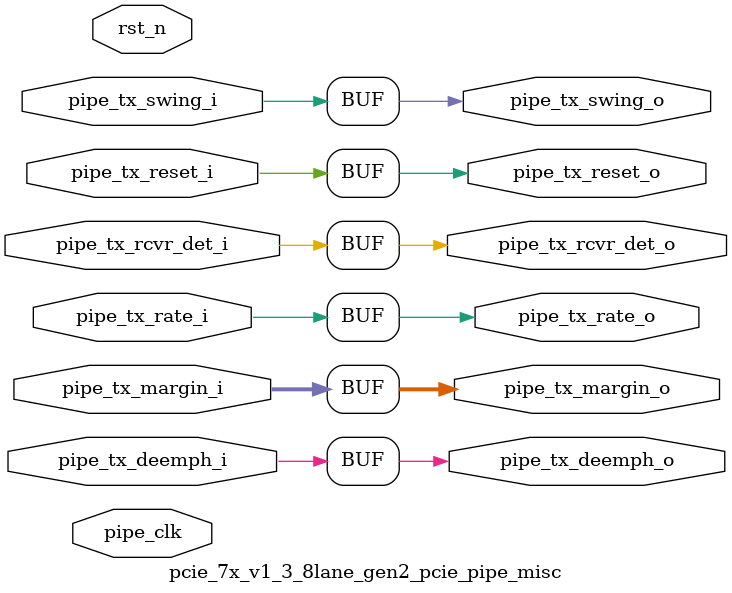
<source format=v>

`timescale 1ps/1ps

module pcie_7x_v1_3_8lane_gen2_pcie_pipe_misc #
(
    parameter        PIPE_PIPELINE_STAGES = 0    // 0 - 0 stages, 1 - 1 stage, 2 - 2 stages
)
(

    input   wire        pipe_tx_rcvr_det_i       ,     // PIPE Tx Receiver Detect
    input   wire        pipe_tx_reset_i          ,     // PIPE Tx Reset
    input   wire        pipe_tx_rate_i           ,     // PIPE Tx Rate
    input   wire        pipe_tx_deemph_i         ,     // PIPE Tx Deemphasis
    input   wire [2:0]  pipe_tx_margin_i         ,     // PIPE Tx Margin
    input   wire        pipe_tx_swing_i          ,     // PIPE Tx Swing

    output  wire        pipe_tx_rcvr_det_o       ,     // Pipelined PIPE Tx Receiver Detect
    output  wire        pipe_tx_reset_o          ,     // Pipelined PIPE Tx Reset
    output  wire        pipe_tx_rate_o           ,     // Pipelined PIPE Tx Rate
    output  wire        pipe_tx_deemph_o         ,     // Pipelined PIPE Tx Deemphasis
    output  wire [2:0]  pipe_tx_margin_o         ,     // Pipelined PIPE Tx Margin
    output  wire        pipe_tx_swing_o          ,     // Pipelined PIPE Tx Swing

    input   wire        pipe_clk                ,      // PIPE Clock
    input   wire        rst_n                          // Reset
);

//******************************************************************//
// Reality check.                                                   //
//******************************************************************//

    parameter TCQ  = 1;      // clock to out delay model

    reg                pipe_tx_rcvr_det_q       ;
    reg                pipe_tx_reset_q          ;
    reg                pipe_tx_rate_q           ;
    reg                pipe_tx_deemph_q         ;
    reg [2:0]          pipe_tx_margin_q         ;
    reg                pipe_tx_swing_q          ;

    reg                pipe_tx_rcvr_det_qq      ;
    reg                pipe_tx_reset_qq         ;
    reg                pipe_tx_rate_qq          ;
    reg                pipe_tx_deemph_qq        ;
    reg [2:0]          pipe_tx_margin_qq        ;
    reg                pipe_tx_swing_qq         ;

    generate

    if (PIPE_PIPELINE_STAGES == 0) begin : pipe_stages_0

        assign pipe_tx_rcvr_det_o = pipe_tx_rcvr_det_i;
        assign pipe_tx_reset_o  = pipe_tx_reset_i;
        assign pipe_tx_rate_o = pipe_tx_rate_i;
        assign pipe_tx_deemph_o = pipe_tx_deemph_i;
        assign pipe_tx_margin_o = pipe_tx_margin_i;
        assign pipe_tx_swing_o = pipe_tx_swing_i;

    end // if (PIPE_PIPELINE_STAGES == 0)
    else if (PIPE_PIPELINE_STAGES == 1) begin : pipe_stages_1

        always @(posedge pipe_clk) begin

        if (rst_n)
        begin

            pipe_tx_rcvr_det_q <= #TCQ 0;
            pipe_tx_reset_q  <= #TCQ 1'b1;
            pipe_tx_rate_q <= #TCQ 0;
            pipe_tx_deemph_q <= #TCQ 1'b1;
            pipe_tx_margin_q <= #TCQ 0;
            pipe_tx_swing_q <= #TCQ 0;

        end
        else
        begin

            pipe_tx_rcvr_det_q <= #TCQ pipe_tx_rcvr_det_i;
            pipe_tx_reset_q  <= #TCQ pipe_tx_reset_i;
            pipe_tx_rate_q <= #TCQ pipe_tx_rate_i;
            pipe_tx_deemph_q <= #TCQ pipe_tx_deemph_i;
            pipe_tx_margin_q <= #TCQ pipe_tx_margin_i;
            pipe_tx_swing_q <= #TCQ pipe_tx_swing_i;

          end

        end

        assign pipe_tx_rcvr_det_o = pipe_tx_rcvr_det_q;
        assign pipe_tx_reset_o  = pipe_tx_reset_q;
        assign pipe_tx_rate_o = pipe_tx_rate_q;
        assign pipe_tx_deemph_o = pipe_tx_deemph_q;
        assign pipe_tx_margin_o = pipe_tx_margin_q;
        assign pipe_tx_swing_o = pipe_tx_swing_q;

    end // if (PIPE_PIPELINE_STAGES == 1)
    else if (PIPE_PIPELINE_STAGES == 2) begin : pipe_stages_2

        always @(posedge pipe_clk) begin

        if (rst_n)
        begin

            pipe_tx_rcvr_det_q <= #TCQ 0;
            pipe_tx_reset_q  <= #TCQ 1'b1;
            pipe_tx_rate_q <= #TCQ 0;
            pipe_tx_deemph_q <= #TCQ 1'b1;
            pipe_tx_margin_q <= #TCQ 0;
            pipe_tx_swing_q <= #TCQ 0;

            pipe_tx_rcvr_det_qq <= #TCQ 0;
            pipe_tx_reset_qq  <= #TCQ 1'b1;
            pipe_tx_rate_qq <= #TCQ 0;
            pipe_tx_deemph_qq <= #TCQ 1'b1;
            pipe_tx_margin_qq <= #TCQ 0;
            pipe_tx_swing_qq <= #TCQ 0;

        end
        else
        begin

            pipe_tx_rcvr_det_q <= #TCQ pipe_tx_rcvr_det_i;
            pipe_tx_reset_q  <= #TCQ pipe_tx_reset_i;
            pipe_tx_rate_q <= #TCQ pipe_tx_rate_i;
            pipe_tx_deemph_q <= #TCQ pipe_tx_deemph_i;
            pipe_tx_margin_q <= #TCQ pipe_tx_margin_i;
            pipe_tx_swing_q <= #TCQ pipe_tx_swing_i;

            pipe_tx_rcvr_det_qq <= #TCQ pipe_tx_rcvr_det_q;
            pipe_tx_reset_qq  <= #TCQ pipe_tx_reset_q;
            pipe_tx_rate_qq <= #TCQ pipe_tx_rate_q;
            pipe_tx_deemph_qq <= #TCQ pipe_tx_deemph_q;
            pipe_tx_margin_qq <= #TCQ pipe_tx_margin_q;
            pipe_tx_swing_qq <= #TCQ pipe_tx_swing_q;

          end

        end

        assign pipe_tx_rcvr_det_o = pipe_tx_rcvr_det_qq;
        assign pipe_tx_reset_o  = pipe_tx_reset_qq;
        assign pipe_tx_rate_o = pipe_tx_rate_qq;
        assign pipe_tx_deemph_o = pipe_tx_deemph_qq;
        assign pipe_tx_margin_o = pipe_tx_margin_qq;
        assign pipe_tx_swing_o = pipe_tx_swing_qq;

    end // if (PIPE_PIPELINE_STAGES == 2)

    endgenerate

endmodule


</source>
